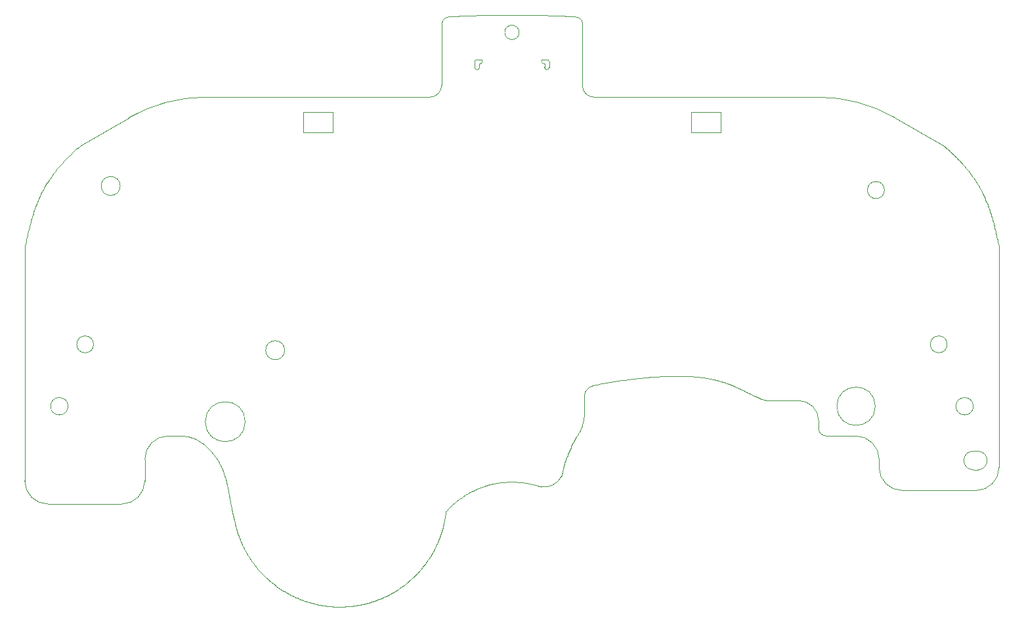
<source format=gbr>
%TF.GenerationSoftware,KiCad,Pcbnew,8.0.2*%
%TF.CreationDate,2024-06-18T23:34:15-07:00*%
%TF.ProjectId,UGC_Main,5547435f-4d61-4696-9e2e-6b696361645f,rev?*%
%TF.SameCoordinates,Original*%
%TF.FileFunction,Profile,NP*%
%FSLAX46Y46*%
G04 Gerber Fmt 4.6, Leading zero omitted, Abs format (unit mm)*
G04 Created by KiCad (PCBNEW 8.0.2) date 2024-06-18 23:34:15*
%MOMM*%
%LPD*%
G01*
G04 APERTURE LIST*
%ADD10C,0.100000*%
%TA.AperFunction,Profile*%
%ADD11C,0.100000*%
%TD*%
%TA.AperFunction,Profile*%
%ADD12C,0.010000*%
%TD*%
G04 APERTURE END LIST*
D10*
X210985240Y-84058545D02*
X210883023Y-84064412D01*
X210781126Y-84070379D01*
X210679540Y-84076449D01*
X210578255Y-84082623D01*
X210477263Y-84088904D01*
X210376553Y-84095293D01*
X210336346Y-84097880D01*
X228450425Y-131941646D02*
X228361433Y-132005745D01*
X228277543Y-132076015D01*
X228199064Y-132152145D01*
X228126309Y-132233826D01*
X228059589Y-132320747D01*
X228038744Y-132350833D01*
D11*
X281321867Y-142316480D02*
G75*
G02*
X278321867Y-145316467I-2999967J-20D01*
G01*
X268841150Y-145316480D02*
G75*
G02*
X265841120Y-142316480I-50J2999980D01*
G01*
X224868706Y-143478091D02*
G75*
G02*
X222251395Y-144849220I-2250706J1112691D01*
G01*
D10*
X209475667Y-84716150D02*
X209522759Y-84617209D01*
X209580250Y-84524222D01*
X209647594Y-84438011D01*
X209689065Y-84393349D01*
X209985538Y-84186097D02*
X210080691Y-84148418D01*
X210178997Y-84120708D01*
X210279675Y-84103163D01*
X210336346Y-84097880D01*
D11*
X219408657Y-86139125D02*
G75*
G02*
X217558657Y-86139125I-925000J0D01*
G01*
X217558657Y-86139125D02*
G75*
G02*
X219408657Y-86139125I925000J0D01*
G01*
D10*
X218483657Y-83889125D02*
X218599369Y-83889146D01*
X218715142Y-83889211D01*
X218830973Y-83889322D01*
X218946856Y-83889481D01*
X219062787Y-83889689D01*
X219178763Y-83889947D01*
X219294778Y-83890259D01*
X219410828Y-83890624D01*
X219526909Y-83891046D01*
X219643017Y-83891526D01*
X219759147Y-83892065D01*
X219875296Y-83892666D01*
X219991457Y-83893330D01*
X220107629Y-83894059D01*
X220223805Y-83894854D01*
X220339982Y-83895718D01*
X220456155Y-83896652D01*
X220572320Y-83897657D01*
X220688473Y-83898736D01*
X220804609Y-83899891D01*
X220920724Y-83901122D01*
X221036814Y-83902433D01*
X221152874Y-83903824D01*
X221268900Y-83905297D01*
X221384888Y-83906854D01*
X221500834Y-83908497D01*
X221616732Y-83910227D01*
X221732579Y-83912047D01*
X221848370Y-83913957D01*
X221964102Y-83915961D01*
X222079769Y-83918058D01*
X222195368Y-83920253D01*
D11*
X227566517Y-92997189D02*
X227566517Y-85095801D01*
X257941670Y-94497189D02*
X229066517Y-94497189D01*
D10*
X277698333Y-104472377D02*
X277779926Y-104583492D01*
X277859560Y-104693757D01*
X277937268Y-104803167D01*
X278013084Y-104911719D01*
X278087041Y-105019408D01*
X278159175Y-105126230D01*
X278229517Y-105232182D01*
X278298103Y-105337260D01*
X278364965Y-105441460D01*
X278430138Y-105544779D01*
X278493655Y-105647211D01*
X278555551Y-105748754D01*
X278615857Y-105849403D01*
X278674610Y-105949155D01*
X278731842Y-106048006D01*
X278787587Y-106145951D01*
X278841878Y-106242988D01*
X278894750Y-106339112D01*
X278946237Y-106434319D01*
X278996371Y-106528605D01*
X279045187Y-106621968D01*
X279092719Y-106714401D01*
X279139000Y-106805903D01*
X279184064Y-106896469D01*
X279270676Y-107074777D01*
X279352826Y-107249295D01*
X279430783Y-107419991D01*
X279504817Y-107586835D01*
X228038744Y-132350833D02*
X227979905Y-132445396D01*
X227928310Y-132543927D01*
X227884158Y-132646010D01*
X227847648Y-132751231D01*
X181179744Y-142700619D02*
X181114439Y-142559180D01*
X181054115Y-142429426D01*
X180998421Y-142310588D01*
X180947009Y-142201896D01*
X180899529Y-142102581D01*
X180855634Y-142011872D01*
X180795747Y-141890262D01*
X180741961Y-141783688D01*
X180693098Y-141689552D01*
X180633569Y-141578895D01*
X180577908Y-141479575D01*
X180537020Y-141408821D01*
X177575211Y-138627852D02*
X177454684Y-138584496D01*
X177343350Y-138545219D01*
X177239918Y-138509748D01*
X177143096Y-138477810D01*
X177007437Y-138435933D01*
X176879394Y-138400471D01*
X176754610Y-138370506D01*
X176628731Y-138345118D01*
X176497401Y-138323385D01*
X176356264Y-138304388D01*
X176254574Y-138292790D01*
X176145298Y-138281725D01*
X176027148Y-138270923D01*
X182699386Y-149273620D02*
X182720528Y-149375346D01*
X182742753Y-149478286D01*
X182766093Y-149582442D01*
X182790585Y-149687817D01*
D11*
X158645447Y-147066480D02*
X168126164Y-147066480D01*
X277983657Y-142637630D02*
G75*
G02*
X277983657Y-140231170I43J1203230D01*
G01*
D10*
X226904305Y-138215947D02*
X226957241Y-138129562D01*
X227010725Y-138043516D01*
X227017898Y-138032070D01*
X218746843Y-144205999D02*
X218641104Y-144204032D01*
X218535396Y-144203055D01*
X218486620Y-144202937D01*
D11*
X277983657Y-140231170D02*
X278583657Y-140231170D01*
X274119567Y-100731685D02*
X267916864Y-97162383D01*
X207900797Y-94497189D02*
X179025644Y-94497189D01*
D10*
X183592474Y-152072652D02*
X183638289Y-152175278D01*
X183684931Y-152277518D01*
X183732398Y-152379368D01*
X183780687Y-152480824D01*
X183829798Y-152581881D01*
X183879726Y-152682535D01*
X183930470Y-152782783D01*
X183982028Y-152882620D01*
X184034398Y-152982041D01*
X184087577Y-153081044D01*
X184123479Y-153146811D01*
D11*
X209400797Y-92997189D02*
G75*
G02*
X207900797Y-94497197I-1499997J-11D01*
G01*
X191583657Y-99034400D02*
X191583657Y-96434400D01*
X251641099Y-133700615D02*
X255464183Y-133700615D01*
D10*
X214350983Y-144966617D02*
X214228978Y-145014715D01*
X214107600Y-145064201D01*
X213986859Y-145115068D01*
X213866766Y-145167308D01*
X213747333Y-145220915D01*
X213628570Y-145275883D01*
X213510490Y-145332203D01*
X213393103Y-145389870D01*
X213276420Y-145448875D01*
X213160453Y-145509214D01*
X213045213Y-145570877D01*
X212930711Y-145633860D01*
X212816958Y-145698154D01*
X212703966Y-145763752D01*
X212591746Y-145830649D01*
X212480309Y-145898837D01*
X212369666Y-145968308D01*
X212259829Y-146039057D01*
X212150809Y-146111076D01*
X212042616Y-146184359D01*
X211935263Y-146258898D01*
X211828760Y-146334686D01*
X211723119Y-146411718D01*
X211618351Y-146489985D01*
X211514467Y-146569481D01*
X211411478Y-146650199D01*
X211309396Y-146732132D01*
X211208232Y-146815273D01*
X211107997Y-146899615D01*
X211008702Y-146985152D01*
X210910359Y-147071877D01*
X210812979Y-147159782D01*
D11*
X278583657Y-142637630D02*
X277983657Y-142637630D01*
D10*
X182194110Y-146945036D02*
X182166386Y-146788777D01*
X182140918Y-146645267D01*
X182117555Y-146513655D01*
X182096143Y-146393095D01*
X182076529Y-146282737D01*
X182058562Y-146181732D01*
X182034364Y-146045908D01*
X182013012Y-145926357D01*
X181993990Y-145820214D01*
X181971364Y-145694601D01*
X181950744Y-145580946D01*
X181935863Y-145499471D01*
D11*
X257941670Y-94497189D02*
G75*
G02*
X267916872Y-97162369I30J-20000011D01*
G01*
D10*
X218486620Y-144202937D02*
X218354117Y-144203119D01*
X218221694Y-144204853D01*
X218089361Y-144208135D01*
X217957134Y-144212963D01*
X217825025Y-144219335D01*
X217693047Y-144227249D01*
X217561213Y-144236702D01*
X217429537Y-144247691D01*
X217298032Y-144260216D01*
X217166711Y-144274273D01*
X217035588Y-144289860D01*
X216904675Y-144306975D01*
X216773986Y-144325615D01*
X216643534Y-144345779D01*
X216513332Y-144367464D01*
X216383393Y-144390668D01*
X216253731Y-144415388D01*
X216124359Y-144441622D01*
X215995290Y-144469369D01*
X215866537Y-144498624D01*
X215738114Y-144529388D01*
X215610033Y-144561656D01*
X215482309Y-144595427D01*
X215354953Y-144630699D01*
X215227980Y-144667469D01*
X215101402Y-144705734D01*
X214975233Y-144745494D01*
X214849486Y-144786745D01*
X214724174Y-144829485D01*
X214599311Y-144873712D01*
X214474909Y-144919423D01*
X214350983Y-144966617D01*
X237399724Y-130596286D02*
X237630198Y-130583368D01*
X237861004Y-130571549D01*
X238092069Y-130560881D01*
X238323322Y-130551420D01*
X238554693Y-130543220D01*
X238786109Y-130536335D01*
X239017500Y-130530818D01*
X239248794Y-130526725D01*
X239479920Y-130524108D01*
X239710807Y-130523024D01*
X239941384Y-130523524D01*
X240171579Y-130525665D01*
X240401321Y-130529500D01*
X240630539Y-130535083D01*
X240859161Y-130542468D01*
X241087117Y-130551710D01*
X241314335Y-130562863D01*
X241540744Y-130575980D01*
X241766272Y-130591117D01*
X241990849Y-130608327D01*
X242214403Y-130627664D01*
X242436863Y-130649183D01*
X242658157Y-130672938D01*
X242878215Y-130698982D01*
X243096965Y-130727371D01*
X243314336Y-130758158D01*
X243530256Y-130791398D01*
X243744655Y-130827145D01*
X243957461Y-130865452D01*
X244168602Y-130906375D01*
X244378009Y-130949966D01*
X244585609Y-130996282D01*
X195095996Y-160287545D02*
X195262159Y-160300502D01*
X195428372Y-160311443D01*
X195594618Y-160320369D01*
X195760879Y-160327282D01*
X195927135Y-160332184D01*
X196093371Y-160335078D01*
X196259567Y-160335965D01*
X196425705Y-160334847D01*
X196591768Y-160331727D01*
X196757738Y-160326605D01*
X196923596Y-160319485D01*
X197089326Y-160310368D01*
X197254908Y-160299256D01*
X197420324Y-160286151D01*
X197585558Y-160271056D01*
X197750591Y-160253971D01*
X197915405Y-160234900D01*
X198079982Y-160213843D01*
X198244304Y-160190804D01*
X198408353Y-160165784D01*
X198572111Y-160138784D01*
X198735561Y-160109808D01*
X198898683Y-160078857D01*
X199061461Y-160045933D01*
X199223877Y-160011038D01*
X199385912Y-159974174D01*
X199547548Y-159935343D01*
X199708768Y-159894546D01*
X199869553Y-159851787D01*
X200029886Y-159807067D01*
X200189749Y-159760387D01*
X200349124Y-159711751D01*
X210812979Y-147159782D02*
X210737958Y-147228920D01*
X210663597Y-147298702D01*
X210589897Y-147369125D01*
X210516864Y-147440182D01*
X210444500Y-147511869D01*
X210372809Y-147584180D01*
X210301795Y-147657111D01*
X210231462Y-147730657D01*
X227782036Y-135375479D02*
X227780308Y-135506907D01*
X227775131Y-135638147D01*
X227766515Y-135769131D01*
X227754469Y-135899792D01*
X227739002Y-136030062D01*
X227720124Y-136159874D01*
X227697845Y-136289161D01*
X227672174Y-136417855D01*
X227643120Y-136545889D01*
X227610693Y-136673196D01*
X227587206Y-136757631D01*
D11*
X171126164Y-144066480D02*
X171126164Y-141270923D01*
D10*
X222195368Y-83920253D02*
X222313975Y-83922607D01*
X222432577Y-83925067D01*
X222551172Y-83927635D01*
X222669759Y-83930314D01*
X222788336Y-83933105D01*
X222906902Y-83936010D01*
X223025457Y-83939032D01*
X223143999Y-83942172D01*
X223262527Y-83945434D01*
X223381039Y-83948817D01*
X223499535Y-83952326D01*
X223618013Y-83955962D01*
X223736473Y-83959727D01*
X223854912Y-83963623D01*
X223973331Y-83967652D01*
X224091727Y-83971816D01*
X224210099Y-83976118D01*
X224328447Y-83980559D01*
X224446769Y-83985141D01*
X224565065Y-83989868D01*
X224683332Y-83994740D01*
X224801569Y-83999759D01*
X224919776Y-84004929D01*
X225037952Y-84010251D01*
X225156094Y-84015726D01*
X225274203Y-84021358D01*
X225392276Y-84027148D01*
X225510313Y-84033098D01*
X225628312Y-84039211D01*
X225746273Y-84045488D01*
X225864194Y-84051932D01*
X225982074Y-84058545D01*
X228986631Y-131719390D02*
X229237865Y-131669375D01*
X229490005Y-131620094D01*
X229743034Y-131571569D01*
X229996938Y-131523823D01*
X230251702Y-131476879D01*
X230507310Y-131430760D01*
X230763747Y-131385489D01*
X231020998Y-131341089D01*
X231279047Y-131297583D01*
X231537881Y-131254993D01*
X231797482Y-131213343D01*
X232057837Y-131172655D01*
X232318930Y-131132953D01*
X232580745Y-131094258D01*
X232843269Y-131056595D01*
X233106485Y-131019986D01*
X233370378Y-130984454D01*
X233634933Y-130950022D01*
X233900135Y-130916713D01*
X234165969Y-130884549D01*
X234432419Y-130853554D01*
X234699471Y-130823750D01*
X234967109Y-130795161D01*
X235235318Y-130767809D01*
X235504082Y-130741717D01*
X235773388Y-130716909D01*
X236043219Y-130693406D01*
X236313560Y-130671232D01*
X236584396Y-130650411D01*
X236855712Y-130630964D01*
X237127493Y-130612914D01*
X237399724Y-130596286D01*
D11*
X169050450Y-97162383D02*
G75*
G02*
X179025644Y-94497199I9975150J-17334717D01*
G01*
X259039183Y-138270923D02*
G75*
G02*
X258039177Y-137270923I17J1000023D01*
G01*
X184078131Y-136425615D02*
G75*
G02*
X178928131Y-136425615I-2575000J0D01*
G01*
X178928131Y-136425615D02*
G75*
G02*
X184078131Y-136425615I2575000J0D01*
G01*
X174126164Y-138270923D02*
X176027148Y-138270923D01*
D10*
X180537020Y-141408821D02*
X180448991Y-141281031D01*
X180367817Y-141163912D01*
X180293026Y-141056764D01*
X180224147Y-140958892D01*
X180160709Y-140869599D01*
X180102240Y-140788187D01*
X180022824Y-140679324D01*
X179951938Y-140584274D01*
X179887991Y-140500685D01*
X179810775Y-140402998D01*
X179739297Y-140315931D01*
X179687188Y-140254247D01*
X222251397Y-144849207D02*
X222145727Y-144812439D01*
X222039729Y-144776730D01*
X221933411Y-144742081D01*
X221826780Y-144708493D01*
X221719846Y-144675968D01*
X221612615Y-144644509D01*
X221505097Y-144614116D01*
X221397298Y-144584791D01*
X221289227Y-144556537D01*
X221180892Y-144529354D01*
X221072300Y-144503245D01*
X220963461Y-144478211D01*
X220854381Y-144454254D01*
X220745068Y-144431376D01*
X220635532Y-144409578D01*
X220525779Y-144388863D01*
X220415818Y-144369231D01*
X220305657Y-144350686D01*
X220195304Y-144333227D01*
X220084766Y-144316857D01*
X219974052Y-144301579D01*
X219863169Y-144287393D01*
X219752126Y-144274301D01*
X219640931Y-144262305D01*
X219529591Y-144251406D01*
X219418115Y-144241608D01*
X219306511Y-144232910D01*
X219194786Y-144225315D01*
X219082949Y-144218825D01*
X218971007Y-144213441D01*
X218858969Y-144209165D01*
X218746843Y-144205999D01*
X224868706Y-143478091D02*
X224903961Y-143304379D01*
X224941090Y-143131058D01*
X224980090Y-142958148D01*
X225020954Y-142785671D01*
X225063680Y-142613646D01*
X225108262Y-142442095D01*
X225154696Y-142271038D01*
X225202977Y-142100496D01*
X225253102Y-141930490D01*
X225305065Y-141761040D01*
X225358861Y-141592168D01*
X225414488Y-141423894D01*
X225471939Y-141256239D01*
X225531211Y-141089223D01*
X225592299Y-140922867D01*
X225655198Y-140757193D01*
X225719905Y-140592220D01*
X225786414Y-140427970D01*
X225854721Y-140264463D01*
X225924822Y-140101720D01*
X225996712Y-139939762D01*
X226070387Y-139778609D01*
X226145842Y-139618282D01*
X226223072Y-139458803D01*
X226302074Y-139300191D01*
X226382843Y-139142467D01*
X226465374Y-138985653D01*
X226549662Y-138829769D01*
X226635704Y-138674835D01*
X226723495Y-138520873D01*
X226813030Y-138367903D01*
X226904305Y-138215947D01*
D11*
X171126164Y-141270923D02*
G75*
G02*
X174126164Y-138270964I2999936J23D01*
G01*
D10*
X225982074Y-84058545D02*
X226084290Y-84064412D01*
X226186187Y-84070379D01*
X226287773Y-84076449D01*
X226389058Y-84082623D01*
X226490050Y-84088904D01*
X226590760Y-84095293D01*
X226630968Y-84097880D01*
D11*
X155645447Y-113970800D02*
X155645447Y-144066480D01*
D10*
X248977801Y-132718489D02*
X249081599Y-132771321D01*
X249184051Y-132823199D01*
X249285160Y-132874075D01*
X249384926Y-132923901D01*
X249483353Y-132972631D01*
X249580441Y-133020217D01*
X249676192Y-133066612D01*
X249770610Y-133111768D01*
X249863694Y-133155637D01*
X249955447Y-133198173D01*
X250134970Y-133279054D01*
X250309191Y-133354032D01*
X250478126Y-133422727D01*
X250641790Y-133484760D01*
X250800197Y-133539752D01*
X250953364Y-133587325D01*
X251101304Y-133627098D01*
X251244032Y-133658693D01*
X251381564Y-133681730D01*
X251513915Y-133695830D01*
X251641099Y-133700615D01*
X155645447Y-113970800D02*
X155700916Y-113694279D01*
X155756619Y-113421600D01*
X155812630Y-113152691D01*
X155869020Y-112887480D01*
X155925863Y-112625893D01*
X155983231Y-112367860D01*
X156041199Y-112113306D01*
X156099837Y-111862161D01*
X156159220Y-111614351D01*
X156219420Y-111369804D01*
X156280510Y-111128448D01*
X156342563Y-110890211D01*
X156405652Y-110655020D01*
X156469849Y-110422802D01*
X156535228Y-110193487D01*
X156601862Y-109967000D01*
X156669823Y-109743269D01*
X156739185Y-109522224D01*
X156810019Y-109303790D01*
X156882400Y-109087895D01*
X156956399Y-108874468D01*
X157032091Y-108663436D01*
X157109547Y-108454727D01*
X157188841Y-108248267D01*
X157270045Y-108043986D01*
X157353233Y-107841809D01*
X157438476Y-107641666D01*
X157525850Y-107443484D01*
X157615425Y-107247190D01*
X157707275Y-107052712D01*
X157801473Y-106859978D01*
X157898092Y-106668915D01*
X209900259Y-148421163D02*
X209913883Y-148321527D01*
X209927508Y-148221891D01*
X209941132Y-148122255D01*
X209954757Y-148022619D01*
X228986631Y-131719390D02*
X228879967Y-131744905D01*
X228775679Y-131778064D01*
X228674174Y-131818700D01*
X228575856Y-131866643D01*
X228481131Y-131921727D01*
X228450425Y-131941646D01*
D11*
X164519660Y-126434400D02*
G75*
G02*
X162347654Y-126434400I-1086003J0D01*
G01*
X162347654Y-126434400D02*
G75*
G02*
X164519660Y-126434400I1086003J0D01*
G01*
D10*
X178675042Y-139303544D02*
X178557277Y-139224759D01*
X178449017Y-139152877D01*
X178349626Y-139087463D01*
X178258466Y-139028083D01*
X178135773Y-138949375D01*
X178028025Y-138881796D01*
X177933076Y-138823879D01*
X177822680Y-138759149D01*
X177726135Y-138705507D01*
X177617183Y-138648748D01*
X177575211Y-138627852D01*
X227587206Y-136757631D02*
X227549214Y-136883460D01*
X227507960Y-137008156D01*
X227463472Y-137131654D01*
X227415776Y-137253893D01*
X227364902Y-137374812D01*
X227310875Y-137494347D01*
X227253725Y-137612437D01*
X227193479Y-137729021D01*
X227130165Y-137844035D01*
X227063810Y-137957418D01*
X227017898Y-138032070D01*
X205100270Y-157115775D02*
X205229860Y-157005732D01*
X205358010Y-156894163D01*
X205484708Y-156781082D01*
X205609942Y-156666506D01*
X205733701Y-156550449D01*
X205855971Y-156432926D01*
X205976740Y-156313952D01*
X206095998Y-156193542D01*
X206213731Y-156071712D01*
X206329928Y-155948476D01*
X206444577Y-155823849D01*
X206557665Y-155697847D01*
X206669180Y-155570485D01*
X206779111Y-155441777D01*
X206887446Y-155311739D01*
X206994171Y-155180386D01*
X207099276Y-155047733D01*
X207202748Y-154913794D01*
X207304576Y-154778586D01*
X207404746Y-154642123D01*
X207503247Y-154504420D01*
X207600068Y-154365492D01*
X207695195Y-154225355D01*
X207788618Y-154084023D01*
X207880323Y-153941512D01*
X207970299Y-153797836D01*
X208058533Y-153653011D01*
X208145015Y-153507051D01*
X208229731Y-153359972D01*
X208312669Y-153211789D01*
X208393818Y-153062517D01*
X208473166Y-152912172D01*
X274119567Y-100731685D02*
X274242238Y-100835463D01*
X274364513Y-100940165D01*
X274486361Y-101045781D01*
X274607754Y-101152305D01*
X274728659Y-101259728D01*
X274849047Y-101368044D01*
X274968888Y-101477244D01*
X275088151Y-101587321D01*
X275206806Y-101698267D01*
X275324822Y-101810075D01*
X275442170Y-101922737D01*
X275558819Y-102036245D01*
X275674738Y-102150591D01*
X275789898Y-102265769D01*
X275904268Y-102381770D01*
X276017818Y-102498587D01*
X276130517Y-102616212D01*
X276242335Y-102734638D01*
X276353242Y-102853856D01*
X276463208Y-102973860D01*
X276572202Y-103094642D01*
X276680194Y-103216193D01*
X276787153Y-103338507D01*
X276893050Y-103461575D01*
X276997854Y-103585391D01*
X277101535Y-103709946D01*
X277204062Y-103835232D01*
X277305405Y-103961243D01*
X277405534Y-104087971D01*
X277504418Y-104215407D01*
X277602028Y-104343545D01*
X277698333Y-104472377D01*
X190208787Y-158941441D02*
X190352769Y-159010583D01*
X190497466Y-159078022D01*
X190642864Y-159143754D01*
X190788946Y-159207775D01*
X190935698Y-159270079D01*
X191083105Y-159330663D01*
X191231151Y-159389522D01*
X191379822Y-159446652D01*
X191529102Y-159502048D01*
X191678977Y-159555706D01*
X191829430Y-159607622D01*
X191980448Y-159657791D01*
X192132015Y-159706208D01*
X192284116Y-159752870D01*
X192436735Y-159797772D01*
X192589858Y-159840909D01*
X192743469Y-159882277D01*
X192897554Y-159921872D01*
X193052098Y-159959690D01*
X193207084Y-159995725D01*
X193362499Y-160029974D01*
X193518326Y-160062432D01*
X193674552Y-160093095D01*
X193831160Y-160121958D01*
X193988136Y-160149017D01*
X194145465Y-160174267D01*
X194303131Y-160197705D01*
X194461120Y-160219325D01*
X194619416Y-160239123D01*
X194778003Y-160257096D01*
X194936869Y-160273238D01*
X195095996Y-160287545D01*
D11*
X167952061Y-105977799D02*
G75*
G02*
X165502061Y-105977799I-1225000J0D01*
G01*
X165502061Y-105977799D02*
G75*
G02*
X167952061Y-105977799I1225000J0D01*
G01*
D10*
X182483002Y-148399454D02*
X182450569Y-148242420D01*
X182420891Y-148098183D01*
X182393787Y-147965890D01*
X182369080Y-147844689D01*
X182346588Y-147733726D01*
X182326133Y-147632150D01*
X182298877Y-147495519D01*
X182275193Y-147375211D01*
X182254476Y-147268347D01*
X182230422Y-147141802D01*
X182209130Y-147027222D01*
X182194110Y-146945036D01*
X244585609Y-130996282D02*
X244745645Y-131034298D01*
X244904303Y-131074112D01*
X245061572Y-131115647D01*
X245217445Y-131158824D01*
X245371911Y-131203566D01*
X245524962Y-131249795D01*
X245676589Y-131297432D01*
X245826782Y-131346401D01*
X245975533Y-131396623D01*
X246122832Y-131448020D01*
X246268671Y-131500514D01*
X246413040Y-131554029D01*
X246555930Y-131608484D01*
X246697332Y-131663804D01*
X246837238Y-131719909D01*
X246975637Y-131776723D01*
X247112521Y-131834167D01*
X247247881Y-131892163D01*
X247381708Y-131950633D01*
X247513992Y-132009500D01*
X247644725Y-132068686D01*
X247773898Y-132128112D01*
X247901501Y-132187701D01*
X248027525Y-132247376D01*
X248151962Y-132307057D01*
X248274802Y-132366668D01*
X248396036Y-132426131D01*
X248515655Y-132485367D01*
X248633650Y-132544298D01*
X248750012Y-132602848D01*
X248864732Y-132660937D01*
X248977801Y-132718489D01*
X182790585Y-149687817D02*
X182827651Y-149840531D01*
X182866480Y-149992820D01*
X182907066Y-150144671D01*
X182949405Y-150296070D01*
X182993493Y-150447004D01*
X183039323Y-150597458D01*
X183086892Y-150747420D01*
X183136195Y-150896875D01*
X183187227Y-151045810D01*
X183239984Y-151194212D01*
X183294460Y-151342066D01*
X183350652Y-151489359D01*
X183408554Y-151636078D01*
X183468161Y-151782209D01*
X183529469Y-151927738D01*
X183592474Y-152072652D01*
D11*
X241583657Y-99034400D02*
X241583657Y-96434400D01*
D10*
X208591238Y-152679727D02*
X208651851Y-152556001D01*
X208711203Y-152431723D01*
X208769290Y-152306902D01*
X208826109Y-152181548D01*
X208881657Y-152055671D01*
X208935931Y-151929280D01*
X208988929Y-151802385D01*
X209040647Y-151674996D01*
X209091081Y-151547123D01*
X209140230Y-151418776D01*
X209188089Y-151289964D01*
X209234656Y-151160698D01*
X209279929Y-151030986D01*
X209323902Y-150900839D01*
X209366575Y-150770267D01*
X209407943Y-150639279D01*
X209448004Y-150507885D01*
X209486755Y-150376096D01*
X209524192Y-150243920D01*
X209560313Y-150111367D01*
X209595114Y-149978449D01*
X209628592Y-149845173D01*
X209660745Y-149711550D01*
X209691569Y-149577590D01*
X209721062Y-149443302D01*
X209749219Y-149308697D01*
X209776039Y-149173784D01*
X209801518Y-149038573D01*
X209825654Y-148903074D01*
X209848442Y-148767296D01*
X209869880Y-148631250D01*
X209889966Y-148494945D01*
D11*
X258039183Y-136275615D02*
X258039183Y-137270923D01*
X277990726Y-134427260D02*
G75*
G02*
X275740726Y-134427260I-1125000J0D01*
G01*
X275740726Y-134427260D02*
G75*
G02*
X277990726Y-134427260I1125000J0D01*
G01*
X265841150Y-141270923D02*
X265841150Y-142316480D01*
X259039183Y-138270923D02*
X262841150Y-138270923D01*
X268841150Y-145316480D02*
X278321867Y-145316480D01*
D10*
X184123478Y-153146811D02*
X184179080Y-153246841D01*
X184235511Y-153346427D01*
X184292767Y-153445561D01*
X184350846Y-153544240D01*
X184409747Y-153642457D01*
X184469466Y-153740209D01*
X184530003Y-153837490D01*
X184591354Y-153934295D01*
X184653518Y-154030619D01*
X184716492Y-154126457D01*
X184780275Y-154221805D01*
X184844863Y-154316656D01*
X184910256Y-154411006D01*
X184976451Y-154504850D01*
X185043446Y-154598183D01*
X185111238Y-154691000D01*
X185179826Y-154783296D01*
X185249207Y-154875066D01*
X185319379Y-154966305D01*
X185390340Y-155057007D01*
X185462088Y-155147169D01*
X185534621Y-155236784D01*
X185607937Y-155325848D01*
X185682033Y-155414355D01*
X185756908Y-155502302D01*
X185832558Y-155589682D01*
X185908983Y-155676491D01*
X185986180Y-155762724D01*
X186064147Y-155848375D01*
X186142881Y-155933440D01*
X186222380Y-156017913D01*
X186302644Y-156101791D01*
D11*
X161226588Y-134427260D02*
G75*
G02*
X158976588Y-134427260I-1125000J0D01*
G01*
X158976588Y-134427260D02*
G75*
G02*
X161226588Y-134427260I1125000J0D01*
G01*
D10*
X181625738Y-144076594D02*
X181580889Y-143926920D01*
X181539426Y-143789534D01*
X181501107Y-143663620D01*
X181465692Y-143548365D01*
X181432942Y-143442957D01*
X181402614Y-143346581D01*
X181361142Y-143217172D01*
X181323769Y-143103511D01*
X181289686Y-143002850D01*
X181247956Y-142884113D01*
X181208708Y-142777100D01*
X181179744Y-142700619D01*
D11*
X189165264Y-127191002D02*
G75*
G02*
X186715264Y-127191002I-1225000J0D01*
G01*
X186715264Y-127191002D02*
G75*
G02*
X189165264Y-127191002I1225000J0D01*
G01*
X209400797Y-85095801D02*
X209400797Y-92997189D01*
D10*
X210231462Y-147730657D02*
X210162285Y-147803647D01*
X210093109Y-147876637D01*
X210023933Y-147949628D01*
X209954757Y-148022619D01*
X279504817Y-107586835D02*
X279574430Y-107748074D01*
X279642758Y-107910689D01*
X279709845Y-108074790D01*
X279775737Y-108240484D01*
X279840481Y-108407883D01*
X279904122Y-108577093D01*
X279966705Y-108748226D01*
X280028278Y-108921391D01*
X280088884Y-109096696D01*
X280148572Y-109274250D01*
X280207386Y-109454164D01*
X280265372Y-109636546D01*
X280322576Y-109821506D01*
X280379043Y-110009152D01*
X280434821Y-110199595D01*
X280489954Y-110392943D01*
X280544489Y-110589306D01*
X280598471Y-110788792D01*
X280651946Y-110991512D01*
X280704961Y-111197574D01*
X280757560Y-111407088D01*
X280809789Y-111620163D01*
X280861696Y-111836908D01*
X280913325Y-112057432D01*
X280964722Y-112281846D01*
X281015933Y-112510257D01*
X281067005Y-112742775D01*
X281117982Y-112979510D01*
X281168911Y-113220571D01*
X281219837Y-113466066D01*
X281270807Y-113716106D01*
X281321867Y-113970800D01*
D11*
X245383657Y-96434400D02*
X245383657Y-99034400D01*
X281321867Y-142316480D02*
X281321867Y-113970800D01*
X229066517Y-94497189D02*
G75*
G02*
X227566511Y-92997189I-17J1499989D01*
G01*
X255464183Y-133700615D02*
G75*
G02*
X258039185Y-136275615I17J-2574985D01*
G01*
D10*
X209400797Y-85095801D02*
X209406800Y-84986389D01*
X209424684Y-84878536D01*
X209454256Y-84773213D01*
X209475667Y-84716150D01*
X157898092Y-106668915D02*
X157956020Y-106557415D01*
X158018481Y-106439679D01*
X158085645Y-106315851D01*
X158157684Y-106186078D01*
X158234768Y-106050506D01*
X158317069Y-105909281D01*
X158404757Y-105762549D01*
X158498002Y-105610455D01*
X158596977Y-105453147D01*
X158701852Y-105290770D01*
X158812798Y-105123471D01*
X158929986Y-104951394D01*
X159053586Y-104774687D01*
X159183770Y-104593496D01*
X159320708Y-104407965D01*
X159464573Y-104218243D01*
X159615533Y-104024474D01*
X159773761Y-103826804D01*
X159939427Y-103625380D01*
X160112703Y-103420348D01*
X160293759Y-103211854D01*
X160482765Y-103000043D01*
X160679894Y-102785063D01*
X160885316Y-102567058D01*
X161099202Y-102346176D01*
X161321722Y-102122562D01*
X161553048Y-101896361D01*
X161793351Y-101667721D01*
X162042801Y-101436788D01*
X162301570Y-101203706D01*
X162569828Y-100968623D01*
X162847747Y-100731685D01*
D11*
X169050450Y-97162383D02*
X162847747Y-100731685D01*
X195383657Y-96434400D02*
X195383657Y-99034400D01*
D10*
X227501093Y-84740036D02*
X227532560Y-84837420D01*
X227553877Y-84937308D01*
X227564897Y-85038908D01*
X227566517Y-85095801D01*
D11*
X171126164Y-144066480D02*
G75*
G02*
X168126164Y-147066464I-2999964J-20D01*
G01*
X195383657Y-99034400D02*
X191583657Y-99034400D01*
D10*
X182699386Y-149273620D02*
X182670679Y-149164321D01*
X182642447Y-149055031D01*
X182614688Y-148945748D01*
X182587403Y-148836474D01*
X182560592Y-148727207D01*
X182534255Y-148617948D01*
X182508391Y-148508697D01*
X182483002Y-148399454D01*
D11*
X227782036Y-135375479D02*
X227782036Y-133190014D01*
X241583657Y-96434400D02*
X245383657Y-96434400D01*
D10*
X227313380Y-84430823D02*
X227377435Y-84510641D01*
X227432894Y-84596410D01*
X227479338Y-84687441D01*
X227501093Y-84740036D01*
D11*
X245383657Y-99034400D02*
X241583657Y-99034400D01*
D10*
X227005004Y-84197063D02*
X227100703Y-84250434D01*
X227189792Y-84313798D01*
X227271482Y-84386559D01*
X227313380Y-84430823D01*
D11*
X158645447Y-147066480D02*
G75*
G02*
X155645420Y-144066480I53J3000080D01*
G01*
D10*
X209889966Y-148494945D02*
X209900259Y-148421163D01*
X218483657Y-83889125D02*
X218367944Y-83889146D01*
X218252171Y-83889211D01*
X218136340Y-83889322D01*
X218020457Y-83889481D01*
X217904526Y-83889689D01*
X217788550Y-83889947D01*
X217672535Y-83890259D01*
X217556485Y-83890624D01*
X217440404Y-83891046D01*
X217324296Y-83891526D01*
X217208166Y-83892065D01*
X217092017Y-83892666D01*
X216975856Y-83893330D01*
X216859684Y-83894059D01*
X216743508Y-83894854D01*
X216627332Y-83895718D01*
X216511158Y-83896652D01*
X216394993Y-83897657D01*
X216278840Y-83898736D01*
X216162704Y-83899891D01*
X216046589Y-83901122D01*
X215930499Y-83902433D01*
X215814439Y-83903824D01*
X215698413Y-83905297D01*
X215582425Y-83906854D01*
X215466479Y-83908497D01*
X215350581Y-83910227D01*
X215234734Y-83912047D01*
X215118943Y-83913957D01*
X215003211Y-83915961D01*
X214887544Y-83918058D01*
X214771946Y-83920253D01*
D11*
X265340726Y-134427260D02*
G75*
G02*
X260390726Y-134427260I-2475000J0D01*
G01*
X260390726Y-134427260D02*
G75*
G02*
X265340726Y-134427260I2475000J0D01*
G01*
X266533657Y-106494400D02*
G75*
G02*
X264333657Y-106494400I-1100000J0D01*
G01*
X264333657Y-106494400D02*
G75*
G02*
X266533657Y-106494400I1100000J0D01*
G01*
D10*
X181935863Y-145499471D02*
X181904209Y-145345309D01*
X181874992Y-145203754D01*
X181848039Y-145073966D01*
X181823181Y-144955109D01*
X181800244Y-144846345D01*
X181779058Y-144746836D01*
X181750185Y-144613096D01*
X181724286Y-144495472D01*
X181700782Y-144391136D01*
X181672169Y-144267809D01*
X181645412Y-144156383D01*
X181625738Y-144076594D01*
X186302644Y-156101791D02*
X186408789Y-156210602D01*
X186516070Y-156318203D01*
X186624475Y-156424585D01*
X186733995Y-156529739D01*
X186844617Y-156633657D01*
X186956331Y-156736331D01*
X187069127Y-156837751D01*
X187182993Y-156937911D01*
X187297919Y-157036801D01*
X187413894Y-157134412D01*
X187530907Y-157230737D01*
X187648947Y-157325767D01*
X187768003Y-157419494D01*
X187888065Y-157511908D01*
X188009121Y-157603003D01*
X188131162Y-157692769D01*
X188254175Y-157781197D01*
X188378151Y-157868280D01*
X188503078Y-157954009D01*
X188628946Y-158038376D01*
X188755744Y-158121372D01*
X188883460Y-158202988D01*
X189012085Y-158283217D01*
X189141607Y-158362050D01*
X189272015Y-158439478D01*
X189403299Y-158515493D01*
X189535448Y-158590087D01*
X189668451Y-158663251D01*
X189802297Y-158734977D01*
X189936976Y-158805256D01*
X190072476Y-158874080D01*
X190208787Y-158941441D01*
X214771946Y-83920253D02*
X214653338Y-83922607D01*
X214534736Y-83925067D01*
X214416141Y-83927635D01*
X214297554Y-83930314D01*
X214178977Y-83933105D01*
X214060411Y-83936010D01*
X213941856Y-83939032D01*
X213823314Y-83942172D01*
X213704786Y-83945434D01*
X213586274Y-83948817D01*
X213467778Y-83952326D01*
X213349300Y-83955962D01*
X213230840Y-83959727D01*
X213112401Y-83963623D01*
X212993982Y-83967652D01*
X212875586Y-83971816D01*
X212757214Y-83976118D01*
X212638866Y-83980559D01*
X212520544Y-83985141D01*
X212402248Y-83989868D01*
X212283981Y-83994740D01*
X212165744Y-83999759D01*
X212047537Y-84004929D01*
X211929361Y-84010251D01*
X211811219Y-84015726D01*
X211693110Y-84021358D01*
X211575037Y-84027148D01*
X211457000Y-84033098D01*
X211339001Y-84039211D01*
X211221040Y-84045488D01*
X211103119Y-84051932D01*
X210985240Y-84058545D01*
X200349124Y-159711751D02*
X200511877Y-159659895D01*
X200673880Y-159606057D01*
X200835115Y-159550245D01*
X200995567Y-159492469D01*
X201155217Y-159432739D01*
X201314048Y-159371064D01*
X201472044Y-159307454D01*
X201629187Y-159241917D01*
X201785460Y-159174464D01*
X201940846Y-159105104D01*
X202095327Y-159033846D01*
X202248888Y-158960699D01*
X202401510Y-158885674D01*
X202553176Y-158808779D01*
X202703870Y-158730024D01*
X202853575Y-158649419D01*
X203002272Y-158566973D01*
X203149945Y-158482695D01*
X203296578Y-158396595D01*
X203442152Y-158308682D01*
X203586650Y-158218966D01*
X203730057Y-158127456D01*
X203872353Y-158034162D01*
X204013523Y-157939093D01*
X204153550Y-157842258D01*
X204292415Y-157743667D01*
X204430102Y-157643330D01*
X204566595Y-157541255D01*
X204701874Y-157437453D01*
X204835925Y-157331933D01*
X204968729Y-157224703D01*
X205100270Y-157115775D01*
X179687188Y-140254247D02*
X179580399Y-140147108D01*
X179482094Y-140049071D01*
X179391698Y-139959546D01*
X179308637Y-139877949D01*
X179232336Y-139803692D01*
X179129306Y-139704786D01*
X179038258Y-139619096D01*
X178957255Y-139544641D01*
X178861526Y-139459425D01*
X178775617Y-139385971D01*
X178694934Y-139319585D01*
X178675042Y-139303544D01*
D11*
X191583657Y-96434400D02*
X195383657Y-96434400D01*
D10*
X208473166Y-152912172D02*
X208521673Y-152817990D01*
X208569440Y-152723467D01*
X208591238Y-152679727D01*
X209689065Y-84393349D02*
X209764589Y-84324282D01*
X209846605Y-84263411D01*
X209934455Y-84211195D01*
X209985538Y-84186097D01*
X226630968Y-84097880D02*
X226739765Y-84110922D01*
X226846240Y-84135720D01*
X226949439Y-84172019D01*
X227005004Y-84197063D01*
D11*
X278583657Y-140231170D02*
G75*
G02*
X278583657Y-142637630I43J-1203230D01*
G01*
X262841150Y-138270923D02*
G75*
G02*
X265841177Y-141270923I50J-2999977D01*
G01*
X274619660Y-126434400D02*
G75*
G02*
X272447654Y-126434400I-1086003J0D01*
G01*
X272447654Y-126434400D02*
G75*
G02*
X274619660Y-126434400I1086003J0D01*
G01*
D10*
X227847648Y-132751231D02*
X227819044Y-132858869D01*
X227798529Y-132968183D01*
X227786170Y-133078716D01*
X227782036Y-133190014D01*
D12*
%TO.C,J5*%
X213683635Y-90654400D02*
X213683635Y-89904400D01*
X213983635Y-89654400D02*
X214433635Y-89654400D01*
X214283635Y-90154400D02*
X214283635Y-90654400D01*
X214433635Y-90154400D02*
X214283635Y-90154400D01*
X222533635Y-89654400D02*
X222983635Y-89654400D01*
X222683635Y-90154400D02*
X222533635Y-90154400D01*
X222683635Y-90654400D02*
X222683635Y-90154400D01*
X223283635Y-89904400D02*
X223283635Y-90654400D01*
X213683635Y-89904400D02*
G75*
G02*
X213983635Y-89654400I275000J-25000D01*
G01*
X214283635Y-90654400D02*
G75*
G02*
X213683635Y-90654400I-300000J0D01*
G01*
X214433635Y-89654400D02*
G75*
G02*
X214433635Y-90154400I0J-250000D01*
G01*
X222533635Y-90154400D02*
G75*
G02*
X222533635Y-89654400I0J250000D01*
G01*
X222983635Y-89654400D02*
G75*
G02*
X223283635Y-89904400I25000J-275000D01*
G01*
X223283635Y-90654400D02*
G75*
G02*
X222683635Y-90654400I-300000J0D01*
G01*
%TD*%
M02*

</source>
